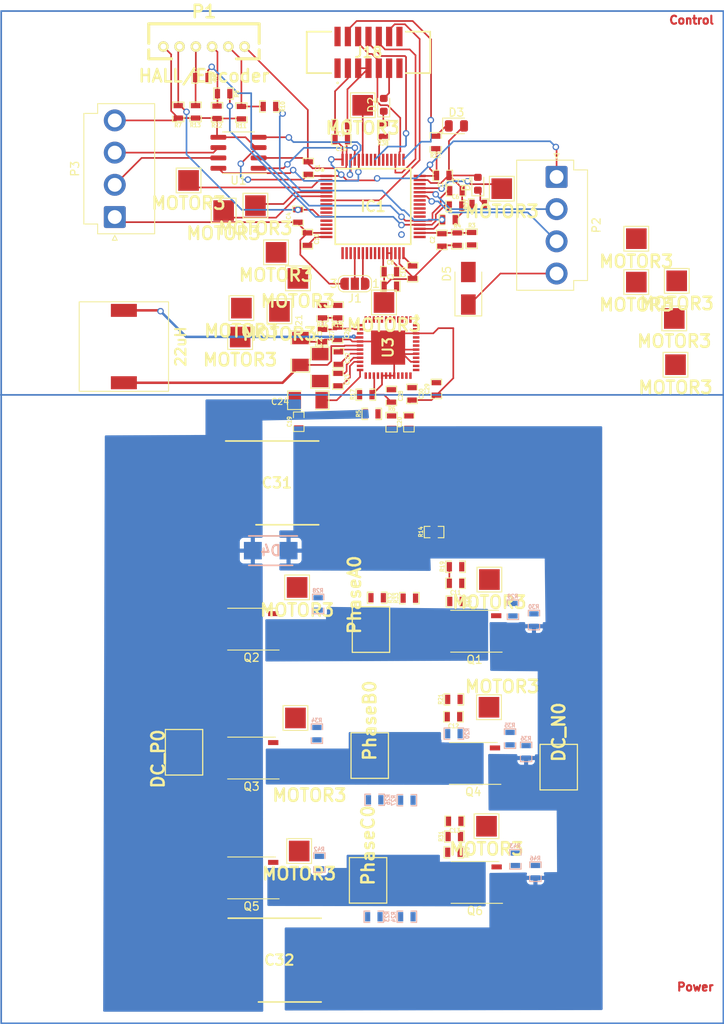
<source format=kicad_pcb>
(kicad_pcb (version 20211014) (generator pcbnew)
  (layers (0 "F.Cu" signal) (31 "B.Cu" signal) (34 "B.Paste" user) (35 "F.Paste" user) (36 "B.SilkS" user "B.Silkscreen") (37 "F.SilkS" user "F.Silkscreen") (38 "B.Mask" user) (39 "F.Mask" user) (44 "Edge.Cuts" user))
  (net 0 "")
  (net 1 "GND")
  (net 2 "+5V")
  (net 3 "/MCU/AN_IN")
  (net 4 "/Filters/TEMP_MOTOR")
  (net 5 "/Filters/HALL3_OUT")
  (net 6 "/Filters/HALL2_OUT")
  (net 7 "/Filters/HALL1_OUT")
  (net 8 "/MCU/Temp_MOSFET_A")
  (net 9 "/MCU/Temp_MOSFET_B")
  (net 10 "/MCU/Temp_MOSFET_C")
  (net 11 "V_SUPPLY")
  (net 12 "Net-(C20-Pad2)")
  (net 13 "Net-(C21-Pad2)")
  (net 14 "Net-(C22-Pad1)")
  (net 15 "Net-(C22-Pad2)")
  (net 16 "Net-(C23-Pad1)")
  (net 17 "Net-(C23-Pad2)")
  (net 18 "Net-(C24-Pad2)")
  (net 19 "Net-(C25-Pad2)")
  (net 20 "/Mosfet driver/H3_VS")
  (net 21 "/Mosfet driver/H2_VS")
  (net 22 "/Mosfet driver/H1_VS")
  (net 23 "Net-(IC1-Pad2)")
  (net 24 "Net-(IC1-Pad5)")
  (net 25 "Net-(IC1-Pad6)")
  (net 26 "/MCU/DAC1_out2")
  (net 27 "/MCU/L1")
  (net 28 "Net-(IC1-Pad23)")
  (net 29 "Net-(IC1-Pad26)")
  (net 30 "Net-(IC1-Pad30)")
  (net 31 "/MCU/L2")
  (net 32 "Net-(IC1-Pad45)")
  (net 33 "/MCU/L3")
  (net 34 "Net-(IC1-Pad59)")
  (net 35 "Net-(IC1-Pad33)")
  (net 36 "/MCU/H1")
  (net 37 "/MCU/H2")
  (net 38 "/MCU/H3")
  (net 39 "/MCU/EN_GATE")
  (net 40 "NRST")
  (net 41 "/MCU/Isense_A")
  (net 42 "/MCU/Isense_B")
  (net 43 "Net-(L1-Pad2)")
  (net 44 "/Filters/HALL1_IN")
  (net 45 "/Filters/HALL2_IN")
  (net 46 "/Filters/HALL3_IN")
  (net 47 "/MCU/Isense_C")
  (net 48 "MCO")
  (net 49 "/MCU/UART_TX")
  (net 50 "/MCU/UART_RX")
  (net 51 "SWDIO")
  (net 52 "SWCLK")
  (net 53 "JTDI")
  (net 54 "/MCU/SPI_SCK")
  (net 55 "/MCU/SPI_MISO")
  (net 56 "/MCU/SPI_MOSI")
  (net 57 "SWO")
  (net 61 "/MCU/SPI_NSS")
  (net 62 "/MCU/FAULT")
  (net 63 "/MCU/AUTO_ZERO")
  (net 64 "Net-(R17-Pad2)")
  (net 65 "Net-(D3-Pad1)")
  (net 66 "/MCU/SENS1")
  (net 67 "/MCU/SENS2")
  (net 69 "/Mosfet driver/M_H1")
  (net 70 "Net-(P17-Pad1)")
  (net 71 "/Mosfet driver/M_L1")
  (net 72 "/MCU/SENS3")
  (net 73 "/Mosfet driver/M_H2")
  (net 74 "/Mosfet driver/M_L2")
  (net 75 "Net-(D1-Pad1)")
  (net 76 "/MCU/LED_GREEN")
  (net 77 "Net-(D2-Pad1)")
  (net 78 "/MCU/LED_RED")
  (net 79 "/Mosfet driver/M_H3")
  (net 80 "/Mosfet driver/M_L3")
  (net 81 "/CAN bus transceiver/CAN_RX")
  (net 82 "/CAN bus transceiver/CAN_TX")
  (net 83 "/CAN bus transceiver/CANH")
  (net 84 "/CAN bus transceiver/CANL")
  (net 85 "/CAN bus transceiver/STBY")
  (net 86 "Net-(P18-Pad1)")
  (net 87 "Net-(P22-Pad1)")
  (net 88 "Net-(P19-Pad1)")
  (net 89 "Net-(P20-Pad1)")
  (net 90 "Net-(P21-Pad1)")
  (net 91 "/MCU/BreakPress")
  (net 92 "/MCU/Throttel")
  (footprint "CRF1:1PAD_Small" (layer "F.Cu") (at 52.9336 86.7664)
    (fp_text reference "P24" hide)
    (fp_text value "MOTOR3")
  )
  (footprint "CRF1:SMD-0603_c" (layer "F.Cu") (at 71.3232 111.252 -90)
    (fp_text reference "C23")
    (fp_text value "0.47u" hide)
  )
  (footprint "CRF1:SMD-0603_r" (layer "F.Cu") (at 85.598 169.3672)
    (fp_text reference "R25")
    (fp_text value "NTC 10k" hide)
  )
  (footprint "CRF1:SMD-0603_r" (layer "F.Cu") (at 76.9112 80.5688 -90)
    (fp_text reference "R38")
    (fp_text value "100R" hide)
  )
  (footprint "CRF1:1PAD_Small" (layer "F.Cu") (at 108.0516 99.2632)
    (fp_text reference "P8" hide)
    (fp_text value "MOTOR3")
  )
  (footprint "CRF1:SMD-0603_r" (layer "F.Cu") (at 85.852 138.5316)
    (fp_text reference "R18")
    (fp_text value "NTC 10k" hide)
  )
  (footprint "project_PCB:CAPAE1030X1270N" (layer "F.Cu") (at 63.8048 123.952)
    (fp_text reference "C31")
    (fp_text value "C_Polarized_US" hide)
  )
  (footprint "project_PCB:QFP50P1200X1200X160-64N" (layer "F.Cu") (at 75.6412 89.9668)
    (fp_text reference "IC1")
    (fp_text value "STM32G431RBT6" hide)
  )
  (footprint "Package_SO:PowerPAK_SO-8_Single" (layer "F.Cu") (at 60.6848 172.5168 180)
    (fp_text reference "Q5")
    (fp_text value "Si7141DP")
  )
  (footprint "CRF1:SMD-0603_c" (layer "F.Cu") (at 84.1248 94.0816 90)
    (fp_text reference "C2")
    (fp_text value "100n" hide)
  )
  (footprint "LED_SMD:LED_0603_1608Metric" (layer "F.Cu") (at 88.5444 87.1728 90)
    (fp_text reference "D1")
    (fp_text value "GREEN")
  )
  (footprint "Diode_SMD:D_SMA" (layer "F.Cu") (at 87.376 100.0252 90)
    (fp_text reference "D5")
    (fp_text value "TVS 3.5V")
  )
  (footprint "CRF1:SMD-0603_r" (layer "F.Cu") (at 75.4888 115.4684 180)
    (fp_text reference "R5")
    (fp_text value "10K" hide)
  )
  (footprint "CRF1:1PAD_Small" (layer "F.Cu") (at 64.12 102.86)
    (fp_text reference "P25" hide)
    (fp_text value "MOTOR3")
  )
  (footprint "CRF1:SMD-0603_r" (layer "F.Cu") (at 85.598 150.5712 180)
    (fp_text reference "R21")
    (fp_text value "10k" hide)
  )
  (footprint "CRF1:SMD-1206" (layer "F.Cu") (at 67.6656 113.792)
    (fp_text reference "C24")
    (fp_text value "1u,60V" hide)
  )
  (footprint "LED_SMD:LED_0805_2012Metric" (layer "F.Cu") (at 85.9028 80.0608)
    (fp_text reference "D3")
    (fp_text value "LED")
  )
  (footprint "CRF1:SMD-0603_c" (layer "F.Cu") (at 85.852 88.0364)
    (fp_text reference "C7")
    (fp_text value "4n7" hide)
  )
  (footprint "CRF1:SMD-0603_c" (layer "F.Cu") (at 67.564 93.98 -90)
    (fp_text reference "C10")
    (fp_text value "100n" hide)
  )
  (footprint "CRF1:1PAD_Small" (layer "F.Cu") (at 112.8776 109.4232)
    (fp_text reference "P7" hide)
    (fp_text value "MOTOR3")
  )
  (footprint "CRF1:1PAD_4x5mm" (layer "F.Cu") (at 75.3872 141.986)
    (fp_text reference "PhaseA0")
    (fp_text value "MOTOR3" hide)
  )
  (footprint "CRF1:SMD-0603_r" (layer "F.Cu") (at 76.1492 138.0744)
    (fp_text reference "R32")
    (fp_text value "39k" hide)
  )
  (footprint "CRF1:1PAD_Small" (layer "F.Cu") (at 66.0908 152.8572)
    (fp_text reference "P19" hide)
    (fp_text value "MOTOR3")
  )
  (footprint "CRF1:SMD-1206" (layer "F.Cu") (at 69.1388 109.7788 -90)
    (fp_text reference "C25")
    (fp_text value "1u,60V" hide)
  )
  (footprint "CRF1:SMD-0603_c" (layer "F.Cu") (at 80.4438 113.0066 -90)
    (fp_text reference "C30")
    (fp_text value "2.2n" hide)
  )
  (footprint "CRF1:SMD-0603_r" (layer "F.Cu") (at 62.8904 77.6732)
    (fp_text reference "R10")
    (fp_text value "10k" hide)
  )
  (footprint "CRF1:1PAD_Small" (layer "F.Cu") (at 89.6112 166.1668)
    (fp_text reference "P21" hide)
    (fp_text value "MOTOR3")
  )
  (footprint "CRF1:SMD-0603_r" (layer "F.Cu") (at 83.1596 129.9972 180)
    (fp_text reference "R14")
    (fp_text value "10K" hide)
  )
  (footprint "CRF1:1PAD_Small" (layer "F.Cu") (at 74.3712 77.5208)
    (fp_text reference "P9" hide)
    (fp_text value "MOTOR3")
  )
  (footprint "CRF1:SMD-0603_c" (layer "F.Cu") (at 77.7748 99.7712)
    (fp_text reference "C3")
    (fp_text value "1u" hide)
  )
  (footprint "CRF1:SMD-0603_c" (layer "F.Cu") (at 71.7296 81.7372 180)
    (fp_text reference "C15")
    (fp_text value "100n" hide)
  )
  (footprint "Package_SO:PowerPAK_SO-8_Single" (layer "F.Cu") (at 88.1888 173.0756 180)
    (fp_text reference "Q6")
    (fp_text value "Si7141DP")
  )
  (footprint "CRF1:SMD-0603_c" (layer "F.Cu") (at 67.6656 85.2424 -90)
    (fp_text reference "C1")
    (fp_text value "1u" hide)
  )
  (footprint "CRF1:1PAD_Small" (layer "F.Cu") (at 66.548 169.2148)
    (fp_text reference "P22" hide)
    (fp_text value "MOTOR3")
  )
  (footprint "CRF1:SMD-0603_c" (layer "F.Cu") (at 84.2264 86.1568 180)
    (fp_text reference "C14")
    (fp_text value "100n" hide)
  )
  (footprint "Jumper:SolderJumper-3_P1.3mm_Open_RoundedPad1.0x1.5mm_NumberLabels" (layer "F.Cu") (at 73.406 99.4664 180)
    (fp_text reference "J1")
    (fp_text value "Conn_01x03_Female")
  )
  (footprint "Package_SO:SOIC-8_3.9x4.9mm_P1.27mm" (layer "F.Cu") (at 59.0804 83.3628 180)
    (fp_text reference "U1")
    (fp_text value "MCP2562-E-SN")
  )
  (footprint "CRF1:SMD-0603_r" (layer "F.Cu") (at 53.7972 78.3336 -90)
    (fp_text reference "R13")
    (fp_text value "2k2" hide)
  )
  (footprint "CRF1:1PAD_Small" (layer "F.Cu") (at 91.4908 87.7824)
    (fp_text reference "P10" hide)
    (fp_text value "MOTOR3")
  )
  (footprint "CRF1:SMD-0603_c" (layer "F.Cu") (at 80.0608 116.4844 90)
    (fp_text reference "C20")
    (fp_text value "100n,20V" hide)
  )
  (footprint "CRF1:1PAD_Small" (layer "F.Cu") (at 76.99 101.77)
    (fp_text reference "P16" hide)
    (fp_text value "MOTOR3")
  )
  (footprint "CRF1:SMD-0603_c" (layer "F.Cu") (at 69.4202 105.8438 -90)
    (fp_text reference "C27")
    (fp_text value "10u, 16V" hide)
  )
  (footprint "CRF1:1PAD_Small" (layer "F.Cu") (at 59.436 102.4636)
    (fp_text reference "P14" hide)
    (fp_text value "MOTOR3")
  )
  (footprint "Connector_JST:JST_VH_B4P-VH-B_1x04_P3.96mm_Vertical" (layer "F.Cu") (at 98.2384 86.3321 -90)
    (fp_text reference "P2")
    (fp_text value "UART")
  )
  (footprint "CRF1:SMD-0603_c" (layer "F.Cu") (at 85.5472 152.7048 180)
    (fp_text reference "C12")
    (fp_text value "2.2u" hide)
  )
  (footprint "CRF1:1PAD_Small" (layer "F.Cu") (at 113.03 99.1108)
    (fp_text reference "P13" hide)
    (fp_text value "MOTOR3")
  )
  (footprint "LED_SMD:LED_0603_1608Metric" (layer "F.Cu") (at 76.962 77.47 90)
    (fp_text reference "D2")
    (fp_text value "RED")
  )
  (footprint "CRF1:1PAD_Small" (layer "F.Cu") (at 66.294 136.8044)
    (fp_text reference "P17" hide)
    (fp_text value "MOTOR3")
  )
  (footprint "CRF1:SMD-0603_c" (layer "F.Cu") (at 66.3956 91.1352 90)
    (fp_text reference "C4")
    (fp_text value "4n7" hide)
  )
  (footprint "project_PCB:322014030000" (layer "F.Cu") (at 75.0824 71.0184)
    (fp_text reference "J18")
    (fp_text value "3220-14-0300-00" hide)
  )
  (footprint "CRF1:1PAD_Small" (layer "F.Cu") (at 59.2836 106.0196)
    (fp_text reference "P15" hide)
    (fp_text value "MOTOR3")
  )
  (footprint "CRF1:1PAD_4x5mm" (layer "F.Cu") (at 98.5012 158.9024)
    (fp_text reference "DC_N0")
    (fp_text value "IN-" hide)
  )
  (footprint "CRF1:1PAD_Small" (layer "F.Cu") (at 66.3956 98.806)
    (fp_text reference "P6" hide)
    (fp_text value "MOTOR3")
  )
  (footprint "CRF1:SMD-0603_r" (layer "F.Cu") (at 77.9272 116.4844 90)
    (fp_text reference "R6")
    (fp_text value "2K" hide)
  )
  (footprint "CRF1:SMD-0603_c" (layer "F.Cu") (at 71.374 108.6104 -90)
    (fp_text reference "C22")
    (fp_text value "0.47u" hide)
  )
  (footprint "Package_SO:PowerPAK_SO-8_Single" (layer "F.Cu") (at 60.6848 141.9352 180)
    (fp_text reference "Q2")
    (fp_text value "Si7141DP")
  )
  (footprint "CRF1:1PAD_4x5mm" (layer "F.Cu") (at 52.3748 157.0736)
    (fp_text reference "DC_P0")
    (fp_text value "IN+" hide)
  )
  (footprint "Connector_JST:JST_VH_B4P-VH-B_1x04_P3.96mm_Vertical" (layer "F.Cu") (at 43.8492 91.2647 90)
    (fp_text reference "P3")
    (fp_text value "CANBUS")
  )
  (footprint "CRF1:SMD-0603_r" (layer "F.Cu") (at 88.5952 89.7128 180)
    (fp_text reference "R37")
    (fp_text value "100R" hide)
  )
  (footprint "CRF1:SMD-0603_c" (layer "F.Cu") (at 83.441 112.397 90)
    (fp_text reference "C29")
    (fp_text value "2.2n" hide)
  )
  (footprint "CRF1:SMD-0603_c" (layer "F.Cu") (at 66.4972 116.4336 90)
    (fp_text reference "C19")
    (fp_text value "4.7u,60V" hide)
  )
  (footprint "CRF1:SMD-0603_r" (layer "F.Cu") (at 56.4388 78.3844 -90)
    (fp_text reference "R12")
    (fp_text value "2k2" hide)
  )
  (footprint "CRF1:SMD-1206" (layer "F.Cu") (at 66.7004 107.7976 -90)
    (fp_text reference "C21")
    (fp_text value "47u,16V" hide)
  )
  (footprint "CRF1:SMD-0603_r" (layer "F.Cu") (at 85.8012 134.2644 180)
    (fp_text reference "R19")
    (fp_text value "10k" hide)
  )
  (footprint "CRF1:1PAD_Small" (layer "F.Cu") (at 112.7252 103.7336)
    (fp_text reference "P11" hide)
    (fp_text value "MOTOR3")
  )
  (footprint "CRF1:SMD-0603_r" (layer "F.Cu") (at 85.6488 167.4368 180)
    (fp_text reference "R31")
    (fp_text value "10k" hide)
  )
  (footprint "CRF1:SMD-0603_c" (layer "F.Cu") (at 77.9038 113.2606 -90)
    (fp_text reference "C28")
    (fp_text value "2.2n" hide)
  )
  (footprint "CRF1:1PAD_Small" (layer "F.Cu") (at 89.916 151.5364)
    (fp_text reference "P20" hide)
    (fp_text value "MOTOR3")
  )
  (footprint "CRF1:SMD-0603_r" (layer "F.Cu") (at 69.4202 102.8974 -90)
    (fp_text reference "R16")
    (fp_text value "10K" hide)
  )
  (footprint "CRF1:SMD-0603_r" (layer "F.Cu") (at 71.2998 102.8974 -90)
    (fp_text reference "R15")
    (fp_text value "10K" hide)
  )
  (footprint "CRF1:SMD-0603_r" (layer "F.Cu") (at 86.0044 93.98 90)
    (fp_text reference "R4")
    (fp_text value "2k2" hide)
  )
  (footprint "CRF1:1PAD_4x5mm" (layer "F.Cu") (at 75.0316 172.8216)
    (fp_text reference "PhaseC0")
    (fp_text value "MOTOR1" hide)
  )
  (footprint "project_PCB:CAPAE1030X1270N" (layer "F.Cu") (at 64.1096 182.626)
    (fp_text reference "C32")
    (fp_text value "C_Polarized_US" hide)
  )
  (footprint "project_PCB:inductor_smd_MP002867" (layer "F.Cu") (at 44.97 107.19 -90)
    (fp_text reference "L1" hide)
    (fp_text value "22uH")
  )
  (footprint "project_PCB:QFN50P700X700X90-49N-D" (layer "F.Cu") (at 77.4974 107.317 -90)
    (fp_text reference "U3")
    (fp_text value "6EDL7141" hide)
  )
  (footprint "CRF1:1PAD_Small" (layer "F.Cu") (at 57.2516 90.4748)
    (fp_text reference "P4" hide)
    (fp_text value "MOTOR3")
  )
  (footprint "CRF1:SMD-0603_r" (layer "F.Cu") (at 54.5592 74.1172)
    (fp_text reference "R8")
    (fp_text value "10k" hide)
  )
  (footprint "CRF1:SMD-0603_c" (layer "F.Cu") (at 80.518 98.044 90)
    (fp_text reference "C16")
    (fp_text value "100n" hide)
  )
  (footprint "CRF1:1PAD_Small" (layer "F.Cu") (at 89.9668 135.8392)
    (fp_text reference "P18" hide)
    (fp_text value "MOTOR3")
  )
  (footprint "Package_SO:PowerPAK_SO-8_Single" (layer "F.Cu") (at 87.9856 158.4452 180)
    (fp_text reference "Q4")
    (fp_text value "Si7141DP")
  )
  (footprint "CRF1:SMD-0603_r" (layer "F.Cu") (at 87.7824 93.9292 90)
    (fp_text reference "R3")
    (fp_text value "39k" hide)
  )
  (footprint "CRF1:SMD-0603_c" (layer "F.Cu") (at 77.7748 97.9932)
    (fp_text reference "C8")
    (fp_text value "100n" hide)
  )
  (footprint "CRF1:SMD-0603_r" (layer "F.Cu") (at 57.2516 76.0984)
    (fp_text reference "R9")
    (fp_text value "10k" hide)
  )
  (footprint "CRF1:1PAD_4x5mm" (layer "F.Cu") (at 75.2348 157.48)
    (fp_text reference "PhaseB0")
    (fp_text value "MOTOR2" hide)
  )
  (footprint "Package_SO:PowerPAK_SO-8_Single" (layer "F.Cu") (at 60.6848 157.7848 180)
    (fp_text reference "Q3")
    (fp_text value "Si7141DP")
  )
  (footprint "CRF1:SMD-0603_r" (layer "F.Cu") (at 83.3628 82.0928 -90)
    (fp_text reference "R22")
    (fp_text value "2k2" hide)
  )
  (footprint "CRF1:1PAD_Small" (layer "F.Cu") (at 108.0516 93.9292)
    (fp_text reference "P12" hide)
    (fp_text value "MOTOR3")
  )
  (footprint "CRF1:SMD-0603_r" (layer "F.Cu") (at 80.1116 138.1252 180)
    (fp_text reference "R33")
    (fp_text value "2k2" hide)
  )
  (footprint "CRF1:1PAD_Small" (layer "F.Cu") (at 61.1632 89.8652)
    (fp_text reference "P23" hide)
    (fp_text value "MOTOR3")
  )
  (footprint "Package_SO:PowerPAK_SO-8_Single" (layer "F.Cu") (at 88.138 142.1892 180)
    (fp_text reference "Q1")
    (fp_text value "Si7141DP")
  )
  (footprint "CRF1:SMD-0603_r" (layer "F.Cu") (at 51.6636 78.3336 -90)
    (fp_text reference "R7")
    (fp_text value "10k" hide)
  )
  (footprint "CRF1:SMD-0603_c" (layer "F.Cu") (at 84.9884 91.5924)
    (fp_text reference "C5")
    (fp_text value "4n7" hide)
  )
  (footprint "CRF1:SMD-0603_c" (layer "F.Cu") (at 85.8012 89.916)
    (fp_text reference "C6")
    (fp_text value "4n7" hide)
  )
  (footprint "CRF1:SMD-0603_c" (layer "F.Cu") (at 71.2724 105.5624 -90)
    (fp_text reference "C26")
    (fp_text value "10u, 16V" hide)
  )
  (footprint "CRF1:SMD-0603_r" (layer "F.Cu") (at 74.7542 113.1082 180)
    (fp_text reference "R17")
    (fp_text value "3.3K" hide)
  )
  (footprint "CRF1:SMD-0603_r" (layer "F.Cu") (at 59.436 78.4352 -90)
    (fp_text reference "R11")
    (fp_text value "2k2" hide)
  )
  (footprint "CRF1:SMD-0603_c" (layer "F.Cu") (at 71.7296 79.9084 180)
    (fp_text reference "C9")
    (fp_text value "4.7u" hide)
  )
  (footprint "CRF1:SMD-0603_c" (layer "F.Cu") (at 85.6996 165.5572 180)
    (fp_text reference "C13")
    (fp_text value "2.2u" hide)
  )
  (footprint "CRF1:1PAD_Small" (layer "F.Cu") (at 63.7032 95.6056)
    (fp_text reference "P5" hide)
    (fp_text value "MOTOR3")
  )
  (footprint "CRF1:MICRO_JST_6" (layer "F.Cu") (at 54.82844 70.3072)
    (fp_text reference "P1")
    (fp_text value "HALL/Encoder")
  )
  (footprint "CRF1:SMD-0603_c" (layer "F.Cu") (at 85.8012 136.2964 180)
    (fp_text reference "C11")
    (fp_text value "2.2u" hide)
  )
  (footprint "CRF1:SMD-0603_r" (layer "B.Cu") (at 79.8068 162.9664 180)
    (fp_text reference "R27")
    (fp_text value "2k2" hide)
  )
  (footprint "CRF1:SMD-0603_r" (layer "B.Cu") (at 95.6352 171.7548 90)
    (fp_text reference "R46")
    (fp_text value "39k" hide)
  )
  (footprint "CRF1:SMD-0603_r" (layer "B.Cu") (at 68.7324 154.7876 90)
    (fp_text reference "R34")
    (fp_text value "4R7" hide)
  )
  (footprint "CRF1:SMD-0603_r" (layer "B.Cu") (at 94.488 157.0228 90)
    (fp_text reference "R36")
    (fp_text value "39k" hide)
  )
  (footprint "CRF1:SMD-0603_r" (layer "B.Cu") (at 92.5068 155.3972 90)
    (fp_text reference "R35")
    (fp_text value "4R7" hide)
  )
  (footprint "project_PCB:DIOM5436X244N" (layer "B.Cu") (at 63.0428 132.2832 180)
    (fp_text reference "D4")
    (fp_text value "D_TVS" hide)
  )
  (footprint "CRF1:SMD-0603_r" (layer "B.Cu") (at 69.0372 170.6372 90)
    (fp_text reference "R42")
    (fp_text value "4R7" hide)
  )
  (footprint "CRF1:SMD-0603_r" (layer "B.Cu") (at 85.598 154.7876)
    (fp_text reference "R20")
    (fp_text value "NTC 10k" hide)
  )
  (footprint "CRF1:SMD-0603_r" (layer "B.Cu") (at 92.8624 139.5476 90)
    (fp_text reference "R29")
    (fp_text value "4R7" hide)
  )
  (footprint "CRF1:SMD-0603_r" (layer "B.Cu") (at 93.1672 170.2308 90)
    (fp_text reference "R43")
    (fp_text value "4R7" hide)
  )
  (footprint "CRF1:SMD-0603_r" (layer "B.Cu") (at 75.8444 162.9156)
    (fp_text reference "R26")
    (fp_text value "39k" hide)
  )
  (footprint "CRF1:SMD-0603_r" (layer "B.Cu") (at 95.4532 140.8176 90)
    (fp_text reference "R30")
    (fp_text value "39k" hide)
  )
  (footprint "CRF1:SMD-0603_r" (layer "B.Cu") (at 75.7428 177.292)
    (fp_text reference "R23")
    (fp_text value "39k" hide)
  )
  (footprint "CRF1:SMD-0603_r" (layer "B.Cu") (at 68.8848 138.8364 90)
    (fp_text reference "R28")
    (fp_text value "4R7" hide)
  )
  (footprint "CRF1:SMD-0603_r" (layer "B.Cu") (at 79.8068 177.292 180)
    (fp_text reference "R24")
    (fp_text value "2k2" hide)
  )
  (gr_rect (start 29.8704 65.9384) (end 118.7704 190.3984) (layer "B.Cu") (width 0.2) (fill none))
  (gr_line (start 29.8196 113.1316) (end 118.7196 113.1316) (layer "B.Cu") (width 0.2))
  (gr_text "Power" (at 115.316 185.928) (layer "F.Cu") (effects (font (size 1 1) (thickness 0.25))))
  (gr_text "Control\n" (at 114.8588 67.056) (layer "F.Cu") (effects (font (size 1 1) (thickness 0.25))))
  (via (at 82.7532 79.3496) (size 0.8) (drill 0.5) (layers "F.Cu" "B.Cu") (net 0))
  (via (at 79.1464 93.4212) (size 0.8) (drill 0.5) (layers "F.Cu" "B.Cu") (net 0))
  (via (at 79.1464 93.4212) (size 0.8) (drill 0.5) (layers "F.Cu" "B.Cu") (net 0))
  (segment (start 78.2474 110.767) (end 78.2474 108.067) (width 0.2032) (layer "F.Cu") (net 1))
  (segment (start 80.4438 113.7686) (end 82.8314 113.7686) (width 0.2032) (layer "F.Cu") (net 1))
  (segment (start 80.518 98.6441) (end 78.8912 97.0173) (width 0.2032) (layer "F.Cu") (net 1))
  (segment (start 76.7474 106.567) (end 77.4974 107.317) (width 0.2032) (layer "F.Cu") (net 1))
  (segment (start 85.5238 104.9294) (end 83.695 104.9294) (width 0.2032) (layer "F.Cu") (net 1))
  (segment (start 73.8124 72.9684) (end 75.0824 72.9684) (width 0.2032) (layer "F.Cu") (net 1))
  (segment (start 69.4202 107.8464) (end 69.1388 108.1278) (width 0.2032) (layer "F.Cu") (net 1))
  (segment (start 77.7474 107.567) (end 80.9474 107.567) (width 0.2032) (layer "F.Cu") (net 1))
  (segment (start 44.4817 91.8972) (end 66.3956 91.8972) (width 0.2032) (layer "F.Cu") (net 1))
  (segment (start 83.441 113.159) (end 85.5238 111.0762) (width 0.2032) (layer "F.Cu") (net 1))
  (segment (start 72.8472 106.3244) (end 71.2724 106.3244) (width 0.2032) (layer "F.Cu") (net 1))
  (segment (start 82.8314 113.7686) (end 83.441 113.159) (width 0.2032) (layer "F.Cu") (net 1))
  (segment (start 66.3956 92.0496) (end 67.564 93.218) (width 0.2032) (layer "F.Cu") (net 1))
  (segment (start 80.4259 98.8981) (end 80.518 98.806) (width 0.2032) (layer "F.Cu") (net 1))
  (segment (start 67.6148 78.0923) (end 67.6148 84.6836) (width 0.2032) (layer "F.Cu") (net 1))
  (segment (start 88.8492 86.3853) (end 88.6207 86.1568) (width 0.2032) (layer "F.Cu") (net 1))
  (segment (start 75.5162 113.1082) (end 76.9894 113.1082) (width 0.2032) (layer "F.Cu") (net 1))
  (segment (start 72.3912 81.8376) (end 72.4916 81.7372) (width 0.2032) (layer "F.Cu") (net 1))
  (segment (start 77.4974 107.317) (end 79.2474 105.567) (width 0.2032) (layer "F.Cu") (net 1))
  (segment (start 59.8297 70.3072) (end 67.6148 78.0923) (width 0.2032) (layer "F.Cu") (net 1))
  (segment (start 85.0995 86.2076) (end 86.614 87.7221) (width 0.2032) (layer "F.Cu") (net 1))
  (segment (start 77.7474 110.767) (end 78.2474 110.767) (width 0.2032) (layer "F.Cu") (net 1))
  (segment (start 91.3227 98.2121) (end 87.8078 101.727) (width 0.2032) (layer "F.Cu") (net 1))
  (segment (start 78.2958 108.1154) (end 81.0534 108.1154) (width 0.2032) (layer "F.Cu") (net 1))
  (segment (start 69.7016 106.3244) (end 69.4202 106.6058) (width 0.2032) (layer "F.Cu") (net 1))
  (segment (start 75.5162 113.1082) (end 76.7474 111.877) (width 0.2032) (layer "F.Cu") (net 1))
  (segment (start 43.8492 91.2647) (end 44.4817 91.8972) (width 0.2032) (layer "F.Cu") (net 1))
  (segment (start 72.3912 84.2288) (end 72.3912 81.8376) (width 0.2032) (layer "F.Cu") (net 1))
  (segment (start 78.5442 107.317) (end 77.4974 107.317) (width 0.2032) (layer "F.Cu") (net 1))
  (segment (start 69.4202 106.6058) (end 67.1596 106.6058) (width 0.2032) (layer "F.Cu") (net 1))
  (segment (start 98.2384 98.2121) (end 91.3227 98.2121) (width 0.2032) (layer "F.Cu") (net 1))
  (segment (start 75.0824 72.9684) (end 72.4916 75.5592) (width 0.2032) (layer "F.Cu") (net 1))
  (segment (start 83.0574 105.567) (end 80.9474 105.567) (width 0.2032) (layer "F.Cu") (net 1))
  (segment (start 71.2724 106.3244) (end 69.7016 106.3244) (width 0.2032) (layer "F.Cu") (net 1))
  (segment (start 84.0137 87.0807) (end 84.8868 86.2076) (width 0.2032) (layer "F.Cu") (net 1))
  (segment (start 74.0474 106.567) (end 76.7474 106.567) (width 0.2032) (layer "F.Cu") (net 1))
  (segment (start 76.9894 113.1082) (end 77.9038 114.0226) (width 0.2032) (layer "F.Cu") (net 1))
  (segment (start 80.518 98.806) (end 80.518 98.6441) (width 0.2032) (layer "F.Cu") (net 1))
  (segment (start 67.6148 84.6836) (end 68.1991 85.2679) (width 0.2032) (layer "F.Cu") (net 1))
  (segment (start 72.4916 81.7372) (end 72.4916 79.9084) (width 0.2032) (layer "F.Cu") (net 1))
  (segment (start 83.6442 104.9802) (end 83.0574 105.567) (width 0.2032) (layer "F.Cu") (net 1))
  (segment (start 82.3798 86.7168) (end 82.7437 87.0807) (width 0.2032) (layer "F.Cu") (net 1))
  (segment (start 86.614 90.7288) (end 85.7504 91.5924) (width 0.2032) (layer "F.Cu") (net 1))
  (segment (start 66.6909 94.0911) (end 67.564 93.218) (width 0.2032) (layer "F.Cu") (net 1))
  (segment (start 77.8859 98.8981) (end 80.4259 98.8981) (width 0.2032) (layer "F.Cu") (net 1))
  (segment (start 76.8912 97.8716) (end 76.8912 95.7048) (width 0.2032) (layer "F.Cu") (net 1))
  (segment (start 72.106 99.4664) (end 70.2564 99.4664) (width 0.2032) (layer "F.Cu") (net 1))
  (segment (start 86.0044 94.742) (end 84.1248 94.742) (width 0.2032) (layer "F.Cu") (net 1))
  (segment (start 77.6224 76.0221) (end 76.962 76.6825) (width 0.2032) (layer "F.Cu") (net 1))
  (segment (start 83.695 104.9294) (end 83.6442 104.9802) (width 0.2032) (layer "F.Cu") (net 1))
  (segment (start 72.3428 85.2679) (end 72.3428 84.2288) (width 0.2032) (layer "F.Cu") (net 1))
  (segment (start 69.9032 93.2168) (end 67.5652 93.2168) (width 0.2032) (layer "F.Cu") (net 1))
  (segment (start 70.2564 99.4664) (end 66.6909 95.9009) (width 0.2032) (layer "F.Cu") (net 1))
  (segment (start 84.8868 86.2076) (end 85.0995 86.2076) (width 0.2032) (layer "F.Cu") (net 1))
  (segment (start 85.5238 111.0762) (end 85.5238 104.9294) (width 0.2032) (layer "F.Cu") (net 1))
  (segment (start 66.6909 95.9009) (end 66.6909 94.0911) (width 0.2032) (layer "F.Cu") (net 1))
  (segment (start 66.929 83.9978) (end 67.6148 84.6836) (width 0.2032) (layer "F.Cu") (net 1))
  (segment (start 86.8403 80.0608) (end 84.9884 81.9127) (width 0.2032) (layer "F.Cu") (net 1))
  (segment (start 79.2474 105.567) (end 80.9474 105.567) (width 0.2032) (layer "F.Cu") (net 1))
  (segment (start 72.4916 75.5592) (end 72.4916 79.9084) (width 0.2032) (layer "F.Cu") (net 1))
  (segment (start 86.0044 94.742) (end 84.582 94.742) (width 0.2032) (layer "F.Cu") (net 1))
  (segment (start 61.5554 83.9978) (end 66.1162 83.9978) (width 0.2032) (layer "F.Cu") (net 1))
  (segment (start 80.1898 114.0226) (end 80.4438 113.7686) (width 0.2032) (layer "F.Cu") (net 1))
  (segment (start 81.3792 86.7168) (end 82.3798 86.7168) (width 0.2032) (layer "F.Cu") (net 1))
  (segment (start 73.0898 106.567) (end 72.8472 106.3244) (width 0.2032) (layer "F.Cu") (net 1))
  (segment (start 67.5652 93.2168) (end 67.564 93.218) (width 0.2032) (layer "F.Cu") (net 1))
  (segment (start 74.0474 106.567) (end 73.0898 106.567) (width 0.2032) (layer "F.Cu") (net 1))
  (segment (start 68.1991 85.2679) (end 72.3428 85.2679) (width 0.2032) (layer "F.Cu") (net 1))
  (segment (start 75.5162 113.1082) (end 75.7958 112.8286) (width 0.2032) (layer "F.Cu") (net 1))
  (segment (start 77.6224 72.9684) (end 77.6224 76.0221) (width 0.2032) (layer "F.Cu") (net 1))
  (segment (start 69.4202 106.6058) (end 69.4202 107.8464) (width 0.2032) (layer "F.Cu") (net 1))
  (segment (start 78.8912 97.0173) (end 78.8912 95.7048) (width 0.2032) (layer "F.Cu") (net 1))
  (segment (start 84.9884 81.9127) (end 84.9884 86.1568) (width 0.2032) (layer "F.Cu") (net 1))
  (segment (start 77.0128 99.7712) (end 77.8859 98.8981) (width 0.2032) (layer "F.Cu") (net 1))
  (segment (start 78.2474 108.067) (end 77.4974 107.317) (width 0.2032) (layer "F.Cu") (net 1))
  (segment (start 77.2474 110.767) (end 77.7474 110.767) (width 0.2032) (layer "F.Cu") (net 1))
  (segment (start 77.0128 97.9932) (end 76.8912 97.8716) (width 0.2032) (layer "F.Cu") (net 1))
  (segment (start 77.4974 107.317) (end 77.7474 107.567) (width 0.2032) (layer "F.Cu") (net 1))
  (segment (start 88.6207 86.1568) (end 84.9884 86.1568) (width 0.2032) (layer "F.Cu") (net 1))
  (segment (start 82.7437 87.0807) (end 84.0137 87.0807) (width 0.2032) (layer "F.Cu") (net 1))
  (segment (start 75.7958 112.8286) (end 75.7958 111.0506) (width 0.2032) (layer "F.Cu") (net 1))
  (segment (start 80.2942 109.067) (end 78.5442 107.317) (width 0.2032) (layer "F.Cu") (net 1))
  (segment (start 76.7474 110.767) (end 77.2474 110.767) (width 0.2032) (layer "F.Cu") (net 1))
  (segment (start 66.1162 83.9978) (end 66.929 83.9978) (width 0.2032) (layer "F.Cu") (net 1))
  (segment (start 77.4974 107.317) (end 78.2958 108.1154) (width 0.2032) (layer "F.Cu") (net 1))
  (segment (start 76.7474 111.877) (end 76.7474 110.767) (width 0.2032) (layer "F.Cu") (net 1))
  (segment (start 80.9474 109.067) (end 80.2942 109.067) (width 0.2032) (layer "F.Cu") (net 1))
  (segment (start 84.582 94.742) (end 80.518 98.806) (width 0.2032) (layer "F.Cu") (net 1))
  (segment (start 67.1596 106.6058) (end 66.7004 106.1466) (width 0.2032) (layer "F.Cu") (net 1))
  (segment (start 85.0392 134.2644) (end 85.0392 136.2964) (width 0.2032) (layer "F.Cu") (net 1))
  (segment (start 77.0128 99.7712) (end 77.0128 97.9932) (width 0.2032) (layer "F.Cu") (net 1))
  (segment (start 66.3956 91.8972) (end 66.3956 92.0496) (width 0.2032) (layer "F.Cu") (net 1))
  (segment (start 86.614 87.7221) (end 86.614 90.7288) (width 0.2032) (layer "F.Cu") (net 1))
  (segment (start 67.878 86.2168) (end 67.6656 86.0044) (width 0.2032) (layer "F.Cu") (net 2))
  (segment (start 59.3598 84.709) (end 61.3156 82.7532) (width 0.2032) (layer "F.Cu") (net 2))
  (segment (start 69.9032 86.2168) (end 67.878 86.2168) (width 0.2032) (layer "F.Cu") (net 2))
  (segment (start 69.9032 93.7168) (end 68.5892 93.7168) (width 0.2032) (layer "F.Cu") (net 2))
  (segment (start 61.211741 82.7278) (end 59.941741 81.4578) (width 0.2032) (layer "F.Cu") (net 2))
  (segment (start 71.568 86.2168) (end 71.7296 86.0552) (width 0.2032) (layer "F.Cu") (net 2))
  (segment (start 73.3074 104.9802) (end 71.249 104.9802) (width 0.2032) (layer "F.Cu") (net 2))
  (segment (start 56.388 79.0956) (end 56.4388 79.1464) (width 0.2032) (layer "F.Cu") (net 2))
  (segment (start 69.9032 86.2168) (end 71.568 86.2168) (width 0.2032) (layer "F.Cu") (net 2))
  (segment (start 82.6516 84.836) (end 82.6516 85.344) (width 0.2032) (layer "F.Cu") (net 2))
  (segment (start 71.838 84.1756) (end 71.8912 84.2288) (width 0.2032) (layer "F.Cu") (net 2))
  (segment (start 56.4388 81.2912) (end 56.6054 81.4578) (width 0.2032) (layer "F.Cu") (net 2))
  (segment (start 70.9676 75.7936) (end 70.9676 79.9084) (width 0.2032) (layer "F.Cu") (net 2))
  (segment (start 51.6636 79.0956) (end 50.7905 78.2225) (width 0.2032) (layer "F.Cu") (net 2))
  (segment (start 78.5368 97.9932) (end 78.5368 97.2185) (width 0.2032) (layer "F.Cu") (net 2))
  (segment (start 50.7905 78.2225) (end 50.7905 71.27052) (width 0.2032) (layer "F.Cu") (net 2))
  (segment (start 53.7972 79.0956) (end 56.388 79.0956) (width 0.2032) (layer "F.Cu") (net 2))
  (segment (start 59.3852 79.1464) (end 59.436 79.1972) (width 0.2032) (layer "F.Cu") (net 2))
  (segment (start 78.5368 97.2185) (end 77.8912 96.5729) (width 0.2032) (layer "F.Cu") (net 2))
  (segment (start 56.4388 79.1464) (end 56.4388 81.2912) (width 0.2032) (layer "F.Cu") (net 2))
  (segment (start 72.4312 86.7568) (end 75.9048 86.7568) (width 0.2032) (layer "F.Cu") (net 2))
  (segment (start 71.1474 105.0818) (end 71.249 104.9802) (width 0.2032) (layer "F.Cu") (net 2))
  (segment (start 80.518 97.282) (end 79.3912 96.1552) (width 0.2032) (layer "F.Cu") (net 2))
  (segment (start 69.4202 103.6594) (end 71.2998 103.6594) (width 0.2032) (layer "F.Cu") (net 2))
  (segment (start 67.6656 86.0044) (end 67.0052 86.6648) (width 0.2032) (layer "F.Cu") (net 2))
  (segment (start 69.4202 105.0818) (end 71.1474 105.0818) (width 0.2032) (layer "F.Cu") (net 2))
  (segment (start 83.4644 82.9564) (end 83.3628 82.8548) (width 0.2032) (layer "F.Cu") (net 2))
  (segment (start 69.4202 103.6594) (end 69.4202 105.0818) (width 0.2032) (layer "F.Cu") (net 2))
  (segment (start 77.8912 96.5729) (end 77.8912 95.7048) (width 0.2032) (layer "F.Cu") (net 2))
  (segment (start 71.2998 104.9294) (end 71.249 104.9802) (width 0.2032) (layer "F.Cu") (net 2))
  (segment (start 75.9048 86.7568) (end 76.1492 86.5124) (width 0.2032) (layer "F.Cu") (net 2))
  (segment (start 69.894 86.2076) (end 69.9032 86.2168) (width 0.2032) (layer "F.Cu") (net 2))
  (segment (start 83.4644 86.1568) (end 83.4644 82.9564) (width 0.2032) (layer "F.Cu") (net 2))
  (segment (start 43.8492 79.3847) (end 51.3745 79.3847) (width 0.2032) (layer "F.Cu") (net 2))
  (segment (start 73.3942 105.067) (end 73.3074 104.9802) (width 0.2032) (layer "F.Cu") (net 2))
  (segment (start 56.4388 79.1464) (end 59.3852 79.1464) (width 0.2032) (layer "F.Cu") (net 2))
  (segment (start 59.941741 81.4578) (end 56.6054 81.4578) (width 0.2032) (layer "F.Cu") (net 2))
  (segment (start 71.7296 86.0552) (end 72.4312 86.7568) (width 0.2032) (layer "F.Cu") (net 2))
  (segment (start 71.8912 84.2288) (end 71.8912 82.6608) (width 0.2032) (layer "F.Cu") (net 2))
  (segment (start 61.5554 82.7278) (end 61.211741 82.7278) (width 0.2032) (layer "F.Cu") (net 2))
  (segment (start 70.9676 81.7372) (end 70.9676 79.9084) (width 0.2032) (layer "F.Cu") (net 2))
  (segment (start 79.3912 96.1552) (end 79.3912 95.7048) (width 0.2032) (layer "F.Cu") (net 2))
  (segment (start 68.5892 93.7168) (end 67.564 94.742) (width 0.2032) (layer "F.Cu") (net 2))
  (segment (start 70.5104 84.1756) (end 71.838 84.1756) (width 0.2032) (layer "F.Cu") (net 2))
  (segment (start 71.8912 82.6608) (end 70.9676 81.7372) (width 0.2032) (layer "F.Cu") (net 2))
  (segment (start 74.0474 105.067) (end 73.3942 105.067) (width 0.2032) (layer "F.Cu") (net 2))
  (segment (start 51.3745 79.3847) (end 51.6636 79.0956) (width 0.2032) (layer "F.Cu") (net 2))
  (segment (start 98.2384 82.7444) (end 98.1456 82.6516) (width 0.2032) (layer "F.Cu") (net 2))
  (segment (start 53.7972 79.0956) (end 51.6636 79.0956) (width 0.2032) (layer "F.Cu") (net 2))
  (segment (start 83.3628 86.2076) (end 81.3884 86.2076) (width 0.2032) (layer "F.Cu") (net 2))
  (segment (start 72.5424 72.9684) (end 72.5424 74.2188) (width 0.2032) (layer "F.Cu") (net 2))
  (segment (start 72.5424 74.2188) (end 70.9676 75.7936) (width 0.2032) (layer "F.Cu") (net 2))
  (segment (start 82.6516 85.344) (end 83.4644 86.1568) (width 0.2032) (layer "F.Cu") (net 2))
  (segment (start 81.3884 86.2076) (end 81.3792 86.2168) (width 0.2032) (layer "F.Cu") (net 2))
  (segment (start 50.7905 71.27052) (end 49.82718 70.3072) (width 0.2032) (layer "F.Cu") (net 2))
  (segment (start 71.2998 103.6594) (end 71.2998 104.9294) (width 0.2032) (layer "F.Cu") (net 2))
  (segment (start 77.3912 95.7048) (end 77.8912 95.7048) (width 0.2032) (layer "F.Cu") (net 2))
  (segment (start 98.2384 86.3321) (end 98.2384 82.7444) (width 0.2032) (layer "F.Cu") (net 2))
  (segment (start 67.0052 86.6648) (end 60.2392 86.6648) (width 0.2032) (layer "F.Cu") (net 2))
  (via (at 82.6516 84.836) (size 0.8) (drill 0.5) (layers "F.Cu" "B.Cu") (net 2))
  (via (at 98.1456 82.6516) (size 0.8) (drill 0.5) (layers "F.Cu" "B.Cu") (net 2))
  (via (at 59.3598 84.709) (size 0.8) (drill 0.5) (layers "F.Cu" "B.Cu") (net 2))
  (via (at 71.7296 86.0552) (size 0.8) (drill 0.5) (layers "F.Cu" "B.Cu") (net 2))
  (via (at 70.5104 84.1756) (size 0.8) (drill 0.5) (layers "F.Cu" "B.Cu") (net 2))
  (via (at 60.2392 86.6648) (size 0.8) (drill 0.5) (layers "F.Cu" "B.Cu") (net 2))
  (via (at 76.1492 86.5124) (size 0.8) (drill 0.5) (layers "F.Cu" "B.Cu") (net 2))
  (segment (start 80.9752 86.5124) (end 82.6516 84.836) (width 0.2032) (layer "B.Cu") (net 2))
  (segment (start 60.2392 86.6648) (end 59.69 86.6648) (width 0.2032) (layer "B.Cu") (net 2))
  (segment (start 71.7296 86.0552) (end 70.5104 84.836) (width 0.2032) (layer "B.Cu") (net 2))
  (segment (start 97.444 81.95) (end 98.1456 82.6516) (width 0.2032) (layer "B.Cu") (net 2))
  (segment (start 59.3598 86.3346) (end 59.3598 84.709) (width 0.2032) (layer "B.Cu") (net 2))
  (segment (start 59.69 86.6648) (end 59.3598 86.3346) (width 0.2032) (layer "B.Cu") (net 2))
  (segment (start 85.5376 81.95) (end 97.444 81.95) (width 0.2032) (layer "B.Cu") (net 2))
  (segment (start 82.6516 84.836) (end 85.5376 81.95) (width 0.2032) (layer "B.Cu") (net 2))
  (segment (start 76.1492 86.5124) (end 80.9752 86.5124) (width 0.2032) (layer "B.Cu") (net 2))
  (segment (start 70.5104 84.836) (end 70.5104 84.1756) (width 0.2032) (layer "B.Cu") (net 2))
  (segment (start 87.7316 93.218) (end 87.7824 93.1672) (width 0.2032) (layer "F.Cu") (net 3))
  (segment (start 84.1236 93.2168) (end 84.1248 93.218) (width 0.2032) (layer "F.Cu") (net 3))
  (segment (start 86.0044 93.218) (end 87.7316 93.218) (width 0.2032) (layer "F.Cu") (net 3))
  (segment (start 81.3792 93.2168) (end 84.1236 93.2168) (width 0.2032) (layer "F.Cu") (net 3))
  (segment (start 84.1248 93.218) (end 86.0044 93.218) (width 0.2032) (layer "F.Cu") (net 3))
  (segment (start 51.6636 70.4723) (end 51.8287 70.3072) (width 0.2032) (layer "F.Cu") (net 4))
  (segment (start 68.2244 90.3732) (end 69.088 91.2368) (width 0.2032) (layer "F.Cu") (net 4))
  (segment (start 51.6636 77.5716) (end 51.9176 77.5716) (width 0.2032) (layer "F.Cu") (net 4))
  (segment (start 51.9176 77.5716) (end 52.6796 78.3336) (width 0.2032) (layer "F.Cu") (net 4))
  (segment (start 51.6636 77.5716) (end 51.6636 70.4723) (width 0.2032) (layer "F.Cu") (net 4))
  (segment (start 66.3956 90.3732) (end 68.2244 90.3732) (width 0.2032) (layer "F.Cu") (net 4))
  (via (at 52.6796 78.3336) (size 0.8) (drill 0.5) (layers "F.Cu" "B.Cu") (net 4))
  (via (at 66.3956 90.3732) (size 0.8) (drill 0.5) (layers "F.Cu" "B.Cu") (net 4))
  (segment (start 52.6796 78.3336) (end 52.6796 83.566) (width 0.2032) (layer "B.Cu") (net 4))
  (segment (start 52.6796 83.566) (end 59.4868 90.3732) (width 0.2032) (layer "B.Cu") (net 4))
  (segment (start 59.4868 90.3732) (end 66.3956 90.3732) (width 0.2032) (layer "B.Cu") (net 4))
  (segment (start 63.6524 77.6732) (end 64.516 78.5368) (width 0.2032) (layer "F.Cu") (net 5))
  (segment (start 84.2264 91.5924) (end 83.102 92.7168) (width 0.2032) (layer "F.Cu") (net 5))
  (segment (start 83.102 92.7168) (end 81.3792 92.7168) (width 0.2032) (layer "F.Cu") (net 5))
  (via (at 64.516 78.5368) (size 0.8) (drill 0.5) (layers "F.Cu" "B.Cu") (net 5))
  (via (at 84.1248 91.5924) (size 0.8) (drill 0.5) (layers "F.Cu" "B.Cu") (net 5))
  (segment (start 64.1604 78.8924) (end 64.1604 85.4456) (width 0.2032) (layer "B.Cu") (net 5))
  (segment (start 64.516 78.5368) (end 64.1604 78.8924) (width 0.2032) (layer "B.Cu") (net 5))
  (segment (start 82.4484 91.5924) (end 84.1248 91.5924) (width 0.2032) (layer "B.Cu") (net 5))
  (segment (start 79.1972 90.424) (end 79.4004 90.424) (width 0.2032) (layer "B.Cu") (net 5))
  (segment (start 79.4512 90.424) (end 80.6704 91.6432) (width 0.2032) (layer "B.Cu") (net 5))
  (segment (start 66.7354 88.0206) (end 76.7938 88.0206) (width 0.2032) (layer "B.Cu") (net 5))
  (segment (start 76.7938 88.0206) (end 79.1972 90.424) (width 0.2032) (layer "B.Cu") (net 5))
  (segment (start 80.6704 91.6432) (end 82.3976 91.6432) (width 0.2032) (layer "B.Cu") (net 5))
  (segment (start 64.1604 85.4456) (end 66.7354 88.0206) (width 0.2032) (layer "B.Cu") (net 5))
  (segment (start 82.3976 91.6432) (end 82.4484 91.5924) (width 0.2032) (layer "B.Cu") (net 5))
  (segment (start 83.3628 91.7448) (end 82.8908 92.2168) (width 0.2032) (layer "F.Cu") (net 6))
  (segment (start 84.4614 89.8652) (end 83.3628 90.9638) (width 0.2032) (layer "F.Cu") (net 6))
  (segment (start 82.8908 92.2168) (end 81.3792 92.2168) (width 0.2032) (layer "F.Cu") (net 6))
  (segment (start 79.1824 92.2168) (end 81.3792 92.2168) (width 0.2032) (layer "F.Cu") (net 6))
  (segment (start 58.0136 76.0984) (end 58.0136 77.6224) (width 0.2032) (layer "F.Cu") (net 6))
  (segment (start 84.6836 89.8652) (end 84.4614 89.8652) (width 0.2032) (layer "F.Cu") (net 6))
  (segment (start 83.3628 90.9638) (end 83.3628 91.7448) (width 0.2032) (layer "F.Cu") (net 6))
  (segment (start 79.1464 92.2528) (end 79.1824 92.2168) (width 0.2032) (layer "F.Cu") (net 6))
  (via (at 79.1464 92.2528) (size 0.8) (drill 0.5) (layers "F.Cu" "B.Cu") (net 6))
  (via (at 58.0136 77.6224) (size 0.8) (drill 0.5) (layers "F.Cu" "B.Cu") (net 6))
  (segment (start 68.56859 91.2368) (end 58.0136 80.68181) (width 0.2032) (layer "B.Cu") (net 6))
  (segment (start 79.1464 92.2528) (end 78.1304 91.2368) (width 0.2032) (layer "B.Cu") (net 6))
  (segment (start 78.1304 91.2368) (end 68.56859 91.2368) (width 0.2032) (layer "B.Cu") (net 6))
  (segment (start 58.0136 80.68181) (end 58.0136 77.6732) (width 0.2032) (layer "B.Cu") (net 6))
  (segment (start 82.9596 90.79679) (end 82.9596 91.57779) (width 0.2032) (layer "F.Cu") (net 7))
  (segment (start 84.7852 88.0872) (end 83.9724 88.9) (width 0.2032) (layer "F.Cu") (net 7))
  (segment (start 83.9724 88.9) (end 83.9724 89.78399) (width 0.2032) (layer "F.Cu") (net 7))
  (segment (start 82.82059 91.7168) (end 81.3792 91.7168) (width 0.2032) (layer "F.Cu") (net 7))
  (segment (start 83.9724 89.78399) (end 82.9596 90.79679) (width 0.2032) (layer "F.Cu") (net 7))
  (segment (start 55.3212 73.2536) (end 55.7784 72.7964) (width 0.2032) (layer "F.Cu") (net 7))
  (segment (start 55.3212 74.1172) (end 55.3212 73.2536) (width 0.2032) (layer "F.Cu") (net 7))
  (segment (start 79.6264 91.7168) (end 81.3792 91.7168) (width 0.2032) (layer "F.Cu") (net 7))
  (segment (start 79.1464 91.2368) (end 79.6264 91.7168) (width 0.2032) (layer "F.Cu") (net 7))
  (segment (start 82.9596 91.57779) (end 82.82059 91.7168) (width 0.2032) (layer "F.Cu") (net 7))
  (via (at 79.1464 91.2368) (size 0.8) (drill 0.5) (layers "F.Cu" "B.Cu") (net 7))
  (via (at 55.7784 72.7964) (size 0.8) (drill 0.5) (layers "F.Cu" "B.Cu") (net 7))
  (segment (start 59.02 76.038) (end 60.6456 76.038) (width 0.2032) (layer "B.Cu") (net 7))
  (segment (start 55.7784 72.7964) (end 59.02 76.038) (width 0.2032) (layer "B.Cu") (net 7))
  (segment (start 60.6456 76.038) (end 60.6456 82.7436) (width 0.2032) (layer "B.Cu") (net 7))
  (segment (start 77.7748 89.8652) (end 79.1464 91.2368) (width 0.2032) (layer "B.Cu") (net 7))
  (segment (start 60.6456 82.7436) (end 67.7672 89.8652) (width 0.2032) (layer "B.Cu") (net 7))
  (segment (start 67.7672 89.8652) (end 77.7748 89.8652) (width 0.2032) (layer "B.Cu") (net 7))
  (segment (start 60.7304 157.8864) (end 60.7558 157.9118) (width 0.2032) (layer "F.Cu") (net 11))
  (segment (start 70.0278 109.4486) (end 66.7004 109.4486) (width 0.2032) (layer "F.Cu") (net 13))
  (segment (start 70.5009 108.9755) (end 70.0278 109.4486) (width 0.2032) (layer "F.Cu") (net 13))
  (segment (start 72.1784 107.067) (end 74.0474 107.067) (width 0.2032) (layer "F.Cu") (net 13))
  (segment (start 64.509 111.64) (end 66.7004 109.4486) (width 0.3048) (layer "F.Cu") (net 13))
  (segment (start 72.1784 107.067) (end 72.1177 107.1277) (width 0.2032) (layer "F.Cu") (net 13))
  (segment (start 44.97 111.64) (end 64.509 111.64) (width 0.3048) (layer "F.Cu") (net 13))
  (segment (start 72.1177 107.1277) (end 70.5009 107.1277) (width 0.2032) (layer "F.Cu") (net 13))
  (segment (start 70.5009 107.1277) (end 70.5009 108.9755) (width 0.2032) (layer "F.Cu") (net 13))
  (segment (start 71.374 107.8484) (end 71.6554 107.567) (width 0.2032) (layer "F.Cu") (net 14))
  (segment (start 71.6554 107.567) (end 74.0474 107.567) (width 0.2032) (layer "F.Cu") (net 14))
  (segment (start 71.5264 109.3724) (end 71.374 109.3724) (width 0.2032) (layer "F.Cu") (net 15))
  (segment (start 74.0474 108.067) (end 72.8318 108.067) (width 0.2032) (layer "F.Cu") (net 15))
  (segment (start 72.8318 108.067) (end 71.5264 109.3724) (width 0.2032) (layer "F.Cu") (net 15))
  (segment (start 72.39 109.4232) (end 72.39 110.236) (width 0.2032) (layer "F.Cu") (net 16))
  (segment (start 73.2462 108.567) (end 72.39 109.4232) (width 0.2032) (layer "F.Cu") (net 16))
  (segment (start 72.39 110.236) (end 72.136 110.49) (width 0.2032) (layer "F.Cu") (net 16))
  (segment (start 74.0474 108.567) (end 73.2462 108.567) (width 0.2032) (layer "F.Cu") (net 16))
  (segment (start 72.136 110.49) (end 71.3232 110.49) (width 0.2032) (layer "F.Cu") (net 16))
  (segment (start 72.7964 110.998) (end 71.7804 112.014) (width 0.2032) (layer "F.Cu") (net 17))
  (segment (start 74.0474 109.067) (end 73.31641 109.067) (width 0.2032) (layer "F.Cu") (net 17))
  (segment (start 73.31641 109.067) (end 72.7964 109.58701) (width 0.2032) (layer "F.Cu") (net 17))
  (segment (start 72.7964 109.58701) (end 72.7964 110.998) (width 0.2032) (layer "F.Cu") (net 17))
  (segment (start 71.7804 112.014) (end 71.3232 112.014) (width 0.2032) (layer "F.Cu") (net 17))
  (segment (start 74.0474 110.9154) (end 71.1708 113.792) (width 0.2032) (layer "F.Cu") (net 18))
  (segment (start 71.1708 113.792) (end 69.3166 113.792) (width 0.2032) (layer "F.Cu") (net 18))
  (segment (start 74.0474 110.067) (end 74.0474 110.9154) (width 0.2032) (layer "F.Cu") (net 18))
  (segment (start 69.1388 111.4298) (end 69.1737 111.3949) (width 0.2032) (layer "F.Cu") (net 19))
  (segment (start 69.0153 86.7168) (end 68.1021 87.63) (width 0.2032) (layer "F.Cu") (net 23))
  (segment (start 68.1021 87.63) (end 53.7972 87.63) (width 0.2032) (layer "F.Cu") (net 23))
  (segment (start 53.7972 87.63) (end 52.9336 86.7664) (width 0.2032) (layer "F.Cu") (net 23))
  (segment (start 69.9032 86.7168) (end 69.0153 86.7168) (width 0.2032) (layer "F.Cu") (net 23))
  (segment (start 69.9032 88.2168) (end 66.0628 88.2168) (width 0.2032) (layer "F.Cu") (net 24))
  (segment (start 66.0628 88.2168) (end 64.6176 89.662) (width 0.2032) (layer "F.Cu") (net 24))
  (segment (start 61.3664 89.662) (end 61.1632 89.8652) (width 0.2032) (layer "F.Cu") (net 24))
  (segment (start 64.6176 89.662) (end 61.3664 89.662) (width 0.2032) (layer "F.Cu") (net 24))
  (segment (start 63.7032 91.3384) (end 58.2676 91.3384) (width 0.2032) (layer "F.Cu") (net 25))
  (segment (start 66.3248 88.7168) (end 63.7032 91.3384) (width 0.2032) (layer "F.Cu") (net 25))
  (segment (start 69.9032 88.7168) (end 66.3248 88.7168) (width 0.2032) (layer "F.Cu") (net 25))
  (segment (start 58.2676 91.3384) (end 57.404 90.4748) (width 0.2032) (layer "F.Cu") (net 25))
  (segment (start 87.2744 86.868) (end 87.6276 87.2212) (width 0.2032) (layer "F.Cu") (net 32))
  (segment (start 84.016749 87.7168) (end 81.3792 87.7168) (width 0.2032) (layer "F.Cu") (net 32))
  (segment (start 90.9296 87.2212) (end 91.4908 87.7824) (width 0.2032) (layer "F.Cu") (net 32))
  (segment (start 84.078728 87.778779) (end 84.016749 87.7168) (width 0.2032) (layer "F.Cu") (net 32))
  (segment (start 87.6276 87.2212) (end 90.9296 87.2212) (width 0.2032) (layer "F.Cu") (net 32))
  (via (at 84.078728 87.778779) (size 0.8) (drill 0.5) (layers "F.Cu" "B.Cu") (net 32))
  (via (at 87.2744 86.868) (size 0.8) (drill 0.5) (layers "F.Cu" "B.Cu") (net 32))
  (segment (start 84.078728 87.778779) (end 84.989507 86.868) (width 0.2032) (layer "B.Cu") (net 32))
  (segment (start 84.989507 86.868) (end 87.2744 86.868) (width 0.2032) (layer "B.Cu") (net 32))
  (segment (start 74.3712 84.2088) (end 74.3912 84.2288) (width 0.2032) (layer "F.Cu") (net 34))
  (segment (start 74.3712 77.5208) (end 74.3712 84.2088) (width 0.2032) (layer "F.Cu") (net 34))
  (segment (start 76.442 89.2168) (end 81.3816 84.2772) (width 0.2032) (layer "F.Cu") (net 40))
  (segment (start 81.3816 84.2772) (end 81.3816 69.3744) (width 0.2032) (layer "F.Cu") (net 40))
  (segment (start 79.574 67.5668) (end 78.304 67.5668) (width 0.2032) (layer "F.Cu") (net 40))
  (segment (start 78.304 67.5668) (end 77.6224 68.2484) (width 0.2032) (layer "F.Cu") (net 40))
  (segment (start 69.9032 89.2168) (end 76.442 89.2168) (width 0.2032) (layer "F.Cu") (net 40))
  (segment (start 77.6224 68.2484) (end 77.6224 69.0684) (width 0.2032) (layer "F.Cu") (net 40))
  (segment (start 81.3816 69.3744) (end 79.574 67.5668) (width 0.2032) (layer "F.Cu") (net 40))
  (segment (start 49.38 102.74) (end 49.48 102.84) (width 0.3048) (layer "F.Cu") (net 43))
  (segment (start 44.97 102.74) (end 49.38 102.74) (width 0.3048) (layer "F.Cu") (net 43))
  (segment (start 73.258916 105.951084) (end 73.258916 106.033316) (width 0.3048) (layer "F.Cu") (net 43))
  (segment (start 73.295 106.0694) (end 73.58 106.0694) (width 0.3048) (layer "F.Cu") (net 43))
  (segment (start 73.258916 106.033316) (end 73.295 106.0694) (width 0.3048) (layer "F.Cu") (net 43))
  (via (at 49.48 102.84) (size 0.8) (drill 0.5) (layers "F.Cu" "B.Cu") (net 43))
  (via micro (at 73.258916 105.951084) (size 0.508) (drill 0.127) (layers "F.Cu" "B.Cu") (net 43))
  (segment (start 49.48 102.84) (end 52.64 106) (width 0.3048) (layer "B.Cu") (net 43))
  (segment (start 73.21 106) (end 73.258916 105.951084) (width 0.3048) (layer "B.Cu") (net 43))
  (segment (start 52.64 106) (end 73.21 106) (width 0.3048) (layer "B.Cu") (net 43))
  (segment (start 53.82768 74.08672) (end 53.7972 74.1172) (width 0.2032) (layer "F.Cu") (net 44))
  (segment (start 53.82768 70.3072) (end 53.82768 74.08672) (width 0.2032) (layer "F.Cu") (net 44))
  (segment (start 53.7972 74.1172) (end 53.7972 77.5716) (width 0.2032) (layer "F.Cu") (net 44))
  (segment (start 55.8292 70.3072) (end 56.4896 70.9676) (width 0.2032) (layer "F.Cu") (net 45))
  (segment (start 56.4896 76.0984) (end 56.4896 77.5716) (width 0.2032) (layer "F.Cu") (net 45))
  (segment (start 56.4896 77.5716) (end 56.4388 77.6224) (width 0.2032) (layer "F.Cu") (net 45))
  (segment (start 56.4896 70.9676) (end 56.4896 76.0984) (width 0.2032) (layer "F.Cu") (net 45))
  (segment (start 57.82818 70.3072) (end 59.436 71.91502) (width 0.2032) (layer "F.Cu") (net 46))
  (segment (start 59.436 71.91502) (end 59.436 77.6732) (width 0.2032) (layer "F.Cu") (net 46))
  (segment (start 59.436 77.6732) (end 62.1284 77.6732) (width 0.2032) (layer "F.Cu") (net 46))
  (segment (start 82.241419 88.7168) (end 82.865849 89.34123) (width 0.2032) (layer "F.Cu") (net 49))
  (segment (start 81.3792 88.7168) (end 82.241419 88.7168) (width 0.2032) (layer "F.Cu") (net 49))
  (via (at 82.865849 89.34123) (size 0.8) (drill 0.5) (layers "F.Cu" "B.Cu") (net 49))
  (via (at 98.2384 94.2521) (size 0.8) (drill 0.5) (layers "F.Cu" "B.Cu") (net 49))
  (segment (start 85.011809 90.6953) (end 94.6816 90.6953) (width 0.2032) (layer "B.Cu") (net 49))
  (segment (start 82.865849 89.34123) (end 83.657739 89.34123) (width 0.2032) (layer "B.Cu") (net 49))
  (segment (start 83.657739 89.34123) (end 85.011809 90.6953) (width 0.2032) (layer "B.Cu") (net 49))
  (segment (start 94.6816 90.6953) (end 98.2384 94.2521) (width 0.2032) (layer "B.Cu") (net 49))
  (segment (start 83.103519 88.2168) (end 81.3792 88.2168) (width 0.2032) (layer "F.Cu") (net 50))
  (segment (start 83.358023 88.471304) (end 83.103519 88.2168) (width 0.2032) (layer "F.Cu") (net 50))
  (via (at 83.358023 88.471304) (size 0.8) (drill 0.5) (layers "F.Cu" "B.Cu") (net 50))
  (via (at 98.2267 90.2921) (size 0.8) (drill 0.5) (layers "F.Cu" "B.Cu") (net 50))
  (segment (start 85.178819 90.2921) (end 98.2267 90.2921) (width 0.2032) (layer "B.Cu") (net 50))
  (segment (start 98.2267 90.2921) (end 98.2384 90.2921) (width 0.2032) (layer "B.Cu") (net 50))
  (segment (start 83.358023 88.471304) (end 85.178819 90.2921) (width 0.2032) (layer "B.Cu") (net 50))
  (segment (start 82.7848 69.4244) (end 82.7848 79.183013) (width 0.2032) (layer "F.Cu") (net 51))
  (segment (start 73.6272 67.1636) (end 80.524 67.1636) (width 0.2032) (layer "F.Cu") (net 51))
  (segment (start 72.5424 69.0684) (end 72.5424 68.2484) (width 0.2032) (layer "F.Cu") (net 51))
  (segment (start 80.524 67.1636) (end 82.7848 69.4244) (width 0.2032) (layer "F.Cu") (net 51))
  (segment (start 82.7848 79.183013) (end 82.7024 79.265413) (width 0.2032) (layer "F.Cu") (net 51))
  (segment (start 72.5424 68.2484) (end 73.6272 67.1636) (width 0.2032) (layer "F.Cu") (net 51))
  (segment (start 82.7532 82.0008) (end 81.5752 82.0008) (width 0.2032) (layer "B.Cu") (net 51))
  (segment (start 81.5752 82.0008) (end 79.4512 84.1248) (width 0.2032) (layer "B.Cu") (net 51))
  (segment (start 82.7532 79.3496) (end 82.7532 82.0008) (width 0.2032) (layer "B.Cu") (net 51))
  (segment (start 75.5064 71.2092) (end 76.3524 72.0552) (width 0.2032) (layer "F.Cu") (net 52))
  (segment (start 77.433786 77.5184) (end 78.994 79.078614) (width 0.2032) (layer "F.Cu") (net 52))
  (segment (start 78.994 83.1897) (end 78.8912 83.2925) (width 0.2032) (layer "F.Cu") (net 52))
  (segment (start 76.3524 72.9684) (end 76.1854 73.1354) (width 0.2032) (layer "F.Cu") (net 52))
  (segment (start 73.8124 69.8884) (end 75.1332 71.2092) (width 0.2032) (layer "F.Cu") (net 52))
  (segment (start 76.587014 77.5184) (end 77.433786 77.5184) (width 0.2032) (layer "F.Cu") (net 52))
  (segment (start 76.3524 72.0552) (end 76.3524 72.9684) (width 0.2032) (layer "F.Cu") (net 52))
  (segment (start 76.1854 73.1354) (end 76.1854 77.116786) (width 0.2032) (layer "F.Cu") (net 52))
  (segment (start 76.1854 77.116786) (end 76.587014 77.5184) (width 0.2032) (layer "F.Cu") (net 52))
  (segment (start 73.8124 69.0684) (end 73.8124 69.8884) (width 0.2032) (layer "F.Cu") (net 52))
  (segment (start 75.1332 71.2092) (end 75.5064 71.2092) (width 0.2032) (layer "F.Cu") (net 52))
  (segment (start 78.994 79.078614) (end 78.994 83.1897) (width 0.2032) (layer "F.Cu") (net 52))
  (segment (start 78.8912 83.2925) (end 78.8912 84.2288) (width 0.2032) (layer "F.Cu") (net 52))
  (segment (start 79.1972 85.8012) (end 78.3844 85.8012) (width 0.2032) (layer "F.Cu") (net 53))
  (segment (start 78.3844 85.8012) (end 78.3912 85.7944) (width 0.2032) (layer "F.Cu") (net 53))
  (segment (start 76.3524 69.0684) (end 76.3524 69.8884) (width 0.2032) (layer "F.Cu") (net 53))
  (segment (start 76.3524 69.8884) (end 77.1268 70.6628) (width 0.2032) (layer "F.Cu") (net 53))
  (segment (start 80.8736 71.374) (end 80.8736 84.1248) (width 0.2032) (layer "F.Cu") (net 53))
  (segment (start 78.3912 85.7944) (end 78.3912 84.2288) (width 0.2032) (layer "F.Cu") (net 53))
  (segment (start 80.8736 84.1248) (end 79.1972 85.8012) (width 0.2032) (layer "F.Cu") (net 53))
  (segment (start 80.1624 70.6628) (end 80.8736 71.374) (width 0.2032) (layer "F.Cu") (net 53))
  (segment (start 77.1268 70.6628) (end 80.1624 70.6628) (width 0.2032) (layer "F.Cu") (net 53))
  (segment (start 76.6608 71.4668) (end 75.0824 69.8884) (width 0.2032) (layer "F.Cu") (net 57))
  (segment (start 79.7052 71.598) (end 79.574 71.4668) (width 0.2032) (layer "F.Cu") (net 57))
  (segment (start 75.0824 69.8884) (end 75.0824 69.0684) (width 0.2032) (layer "F.Cu") (net 57))
  (segment (start 79.574 71.4668) (end 76.6608 71.4668) (width 0.2032) (layer "F.Cu") (net 57))
  (segment (start 79.7052 80.9752) (end 79.7052 71.598) (width 0.2032) (layer "F.Cu") (net 57))
  (via (at 79.7052 80.9752) (size 0.8) (drill 0.5) (layers "F.Cu" "B.Cu") (net 57))
  (segment (start 79.7052 82.4484) (end 79.5528 82.6008) (width 0.2032) (layer "B.Cu") (net 57))
  (segment (start 79.5528 82.6008) (end 77.47 82.6008) (width 0.2032) (layer "B.Cu") (net 57))
  (segment (start 77.47 82.6008) (end 75.8952 84.1756) (width 0.2032) (layer "B.Cu") (net 57))
  (segment (start 79.7052 80.9752) (end 79.7052 82.4484) (width 0.2032) (layer "B.Cu") (net 57))
  (segment (start 84.6328 80.0608) (end 84.9653 80.0608) (width 0.2032) (layer "F.Cu") (net 65))
  (segment (start 83.3628 81.3308) (end 84.6328 80.0608) (width 0.2032) (layer "F.Cu") (net 65))
  (segment (start 88.8492 89.2048) (end 88.8492 87.9603) (width 0.2032) (layer "F.Cu") (net 75))
  (segment (start 89.3572 89.7128) (end 88.8492 89.2048) (width 0.2032) (layer "F.Cu") (net 75))
  (segment (start 76.9112 78.3083) (end 76.962 78.2575) (width 0.2032) (layer "F.Cu") (net 77))
  (segment (start 76.9112 79.8068) (end 76.9112 78.3083) (width 0.2032) (layer "F.Cu") (net 77))
  (segment (start 76.3912 81.8508) (end 76.9112 81.3308) (width 0.2032) (layer "F.Cu") (net 78))
  (segment (start 76.3912 84.2288) (end 76.3912 81.8508) (width 0.2032) (layer "F.Cu") (net 78))
  (segment (start 61.5554 85.2678) (end 64.618024 85.2678) (width 0.2032) (layer "F.Cu") (net 81))
  (segment (start 73.3912 82.768) (end 73.406 82.7532) (width 0.2032) (layer "F.Cu") (net 81))
  (segment (start 73.3912 84.2288) (end 73.3912 82.768) (width 0.2032) (layer "F.Cu") (net 81))
  (segment (start 64.618024 85.2678) (end 65.100865 84.784959) (width 0.2032) (layer "F.Cu") (net 81))
  (via (at 73.406 82.7532) (size 0.8) (drill 0.5) (layers "F.Cu" "B.Cu") (net 81))
  (via (at 65.100865 84.784959) (size 0.8) (drill 0.5) (layers "F.Cu" "B.Cu") (net 81))
  (segment (start 67.132624 82.7532) (end 73.406 82.7532) (width 0.2032) (layer "B.Cu") (net 81))
  (segment (start 65.100865 84.784959) (end 67.132624 82.7532) (width 0.2032) (layer "B.Cu") (net 81))
  (segment (start 61.5554 81.4578) (end 65.0494 81.4578) (width 0.2032) (layer "F.Cu") (net 82))
  (segment (start 72.8912 85.9604) (end 72.7964 86.0552) (width 0.2032) (layer "F.Cu") (net 82))
  (segment (start 72.8912 84.2288) (end 72.8912 85.9604) (width 0.2032) (layer "F.Cu") (net 82))
  (via (at 72.7964 86.0552) (size 0.8) (drill 0.5) (layers "F.Cu" "B.Cu") (net 82))
  (via (at 65.278 81.4832) (size 0.8) (drill 0.5) (layers "F.Cu" "B.Cu") (net 82))
  (via (at 65.278 81.4832) (size 0.8) (drill 0.5) (layers "F.Cu" "B.Cu") (net 82))
  (segment (start 65.8464 82.0516) (end 73.696613 82.0516) (width 0.2032) (layer "B.Cu") (net 82))
  (segment (start 73.696613 82.0516) (end 74.1076 82.462587) (width 0.2032) (layer "B.Cu") (net 82))
  (segment (start 72.7964 84.355013) (end 72.7964 86.0552) (width 0.2032) (layer "B.Cu") (net 82))
  (segment (start 65.278 81.4832) (end 65.8464 82.0516) (width 0.2032) (layer "B.Cu") (net 82))
  (segment (start 74.1076 82.462587) (end 74.1076 83.043813) (width 0.2032) (layer "B.Cu") (net 82))
  (segment (start 74.1076 83.043813) (end 72.7964 84.355013) (width 0.2032) (layer "B.Cu") (net 82))
  (segment (start 43.8492 83.3447) (end 55.9885 83.3447) (width 0.2032) (layer "F.Cu") (net 83))
  (segment (start 55.9885 83.3447) (end 56.6054 82.7278) (width 0.2032) (layer "F.Cu") (net 83))
  (segment (start 43.8492 87.3047) (end 47.1561 83.9978) (width 0.2032) (layer "F.Cu") (net 84))
  (segment (start 47.1561 83.9978) (end 56.6054 83.9978) (width 0.2032) (layer "F.Cu") (net 84))
  (segment (start 65.807621 85.491714) (end 65.429935 85.8694) (width 0.2032) (layer "F.Cu") (net 85))
  (segment (start 73.8912 84.2288) (end 73.8912 85.657501) (width 0.2032) (layer "F.Cu") (net 85))
  (segment (start 73.8912 85.657501) (end 73.839001 85.7097) (width 0.2032) (layer "F.Cu") (net 85))
  (segment (start 57.207 85.8694) (end 56.6054 85.2678) (width 0.2032) (layer "F.Cu") (net 85))
  (segment (start 65.429935 85.8694) (end 57.207 85.8694) (width 0.2032) (layer "F.Cu") (net 85))
  (via (at 73.839001 85.7097) (size 0.8) (drill 0.5) (layers "F.Cu" "B.Cu") (net 85))
  (via (at 65.807621 85.491714) (size 0.8) (drill 0.5) (layers "F.Cu" "B.Cu") (net 85))
  (segment (start 67.133107 86.8172) (end 73.8124 86.8172) (width 0.2032) (layer "B.Cu") (net 85))
  (segment (start 65.807621 85.491714) (end 67.133107 86.8172) (width 0.2032) (layer "B.Cu") (net 85))
  (segment (start 73.839001 86.790599) (end 73.839001 85.7097) (width 0.2032) (layer "B.Cu") (net 85))
  (segment (start 73.8124 86.8172) (end 73.839001 86.790599) (width 0.2032) (layer "B.Cu") (net 85))
  (segment (start 73.3912 95.7048) (end 73.3912 99.4516) (width 0.2032) (layer "F.Cu") (net 91))
  (segment (start 73.3912 99.4516) (end 73.406 99.4664) (width 0.2032) (layer "F.Cu") (net 91))
  (segment (start 74.3912 99.1516) (end 74.706 99.4664) (width 0.2032) (layer "F.Cu") (net 92))
  (segment (start 74.3912 95.7048) (end 74.3912 99.1516) (width 0.2032) (layer "F.Cu") (net 92))
  (zone (net 0) (net_name "") (layer "B.Cu") (connect_pads (clearance 0.508)) (min_thickness 0.254) (fill yes (thermal_gap 0.508) (thermal_bridge_width 0.508))
    (polygon (pts (xy 89.8144 139.446) (xy 89.818595 145.810664) (xy 62.386595 145.912264) (xy 62.3824 140.716) (xy 69.85 140.716) (xy 69.85 139.192)))
  )
  (zone (net 0) (net_name "") (layer "B.Cu") (connect_pads (clearance 0.508)) (min_thickness 0.254) (fill yes (thermal_gap 0.508) (thermal_bridge_width 0.508))
    (polygon (pts (xy 83.8708 170.5356) (xy 89.5096 170.4848) (xy 89.5096 176.022) (xy 62.6364 175.9712) (xy 62.6364 171.2976) (xy 72.39 171.2976) (xy 72.39 169.672) (xy 83.8708 169.672)))
  )
  (zone (net 11) (net_name "V_SUPPLY") (layer "B.Cu") (connect_pads (clearance 0.508)) (min_thickness 0.254) (fill yes (thermal_gap 0.508) (thermal_bridge_width 0.508))
    (polygon (pts (xy 62.1284 188.976) (xy 42.418 188.976) (xy 42.6212 118.11) (xy 55.0164 118.0592) (xy 55.0164 112.5728) (xy 66.7512 112.6744) (xy 66.7512 115.2144) (xy 75.049645 114.946586) (xy 75.151245 116.013386) (xy 62.0268 116.2812) (xy 62.032897 117.887425)))
  )
  (zone (net 0) (net_name "") (layer "B.Cu") (connect_pads (clearance 0.508)) (min_thickness 0.254) (fill yes (thermal_gap 0.508) (thermal_bridge_width 0.508))
    (polygon (pts (xy 84.074 155.8544) (xy 89.2556 155.9052) (xy 89.2556 161.0868) (xy 62.4332 161.036) (xy 62.4332 156.6164) (xy 72.644 156.6164) (xy 72.644 154.5844) (xy 84.074 154.5844)))
  )
  (zone (net 1) (net_name "GND") (layer "B.Cu") (connect_pads (clearance 0.508)) (min_thickness 0.254) (fill yes (thermal_gap 0.508) (thermal_bridge_width 0.508))
    (polygon (pts (xy 103.907856 188.771177) (xy 64.77 188.8236) (xy 64.77 178.6128) (xy 77.3684 178.6128) (xy 89.9668 178.6128) (xy 89.9668 171.9072) (xy 98.298 171.8056) (xy 98.2472 164.2364) (xy 89.8652 164.2364) (xy 89.8144 157.2768) (xy 95.9104 157.3276) (xy 95.9104 147.1168) (xy 90.069238 147.066809) (xy 89.985418 141.071314) (xy 96.8756 141.0716) (xy 96.774 133.2484) (xy 82.7024 133.2484) (xy 82.7532 134.7724) (xy 64.1096 134.7216) (xy 64.1096 129.794) (xy 65.8368 129.794) (xy 65.83675 116.992301) (xy 103.857006 116.990678)))
  )
)
</source>
